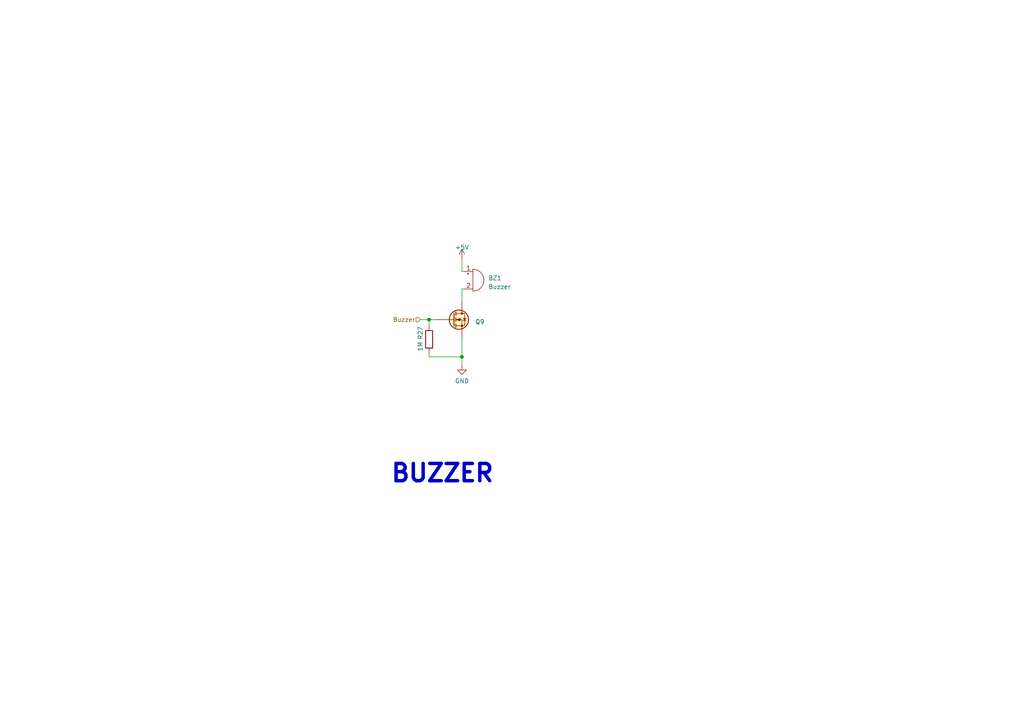
<source format=kicad_sch>
(kicad_sch (version 20230121) (generator eeschema)
  (paper "A4")
  (lib_symbols
    (symbol "Device:Buzzer" (pin_names (offset 0.0254) hide)
      (property "Reference" "BZ" (at 3.81 1.27 0))
      (property "Value" "Buzzer" (at 3.81 -1.27 0))
      (symbol "Buzzer_0_1"
        (arc (start 0 -3.175) (mid 3.1612 0) (end 0 3.175))
        (polyline (pts (xy -1.651 1.905) (xy -1.143 1.905)))
        (polyline (pts (xy -1.397 2.159) (xy -1.397 1.651)))
        (polyline (pts (xy 0 3.175) (xy 0 -3.175)))
      )
      (symbol "Buzzer_1_1"
        (pin passive line (at -2.54 2.54 0) (length 2.54) (name "-") (number "1"))
        (pin passive line (at -2.54 -2.54 0) (length 2.54) (name "+") (number "2"))
      )
    )
    (symbol "Device:R" (pin_numbers hide) (pin_names (offset 0))
      (property "Reference" "R" (at 2.032 0 90))
      (property "Value" "R" (at 0 0 90))
      (symbol "R_0_1"
        (rectangle (start -1.016 -2.54) (end 1.016 2.54) (stroke (width 0.254)))
      )
      (symbol "R_1_1"
        (pin passive line (at 0 3.81 270) (length 1.27) (name "~") (number "1"))
        (pin passive line (at 0 -3.81 90) (length 1.27) (name "~") (number "2"))
      )
    )
    (symbol "GND_4" (power) (pin_names (offset 0))
      (property "Value" "GND_4" (at 0 -3.81 0))
      (symbol "GND_4_0_1"
        (polyline (pts (xy 0 0) (xy 0 -1.27) (xy 1.27 -1.27) (xy 0 -2.54) (xy -1.27 -1.27) (xy 0 -1.27)))
      )
      (symbol "GND_4_1_1"
        (pin power_in line (at 0 0 270) (length 0) hide (name "GND") (number "1"))
      )
    )
    (symbol "IVS_SYMBOLS:N_Mosfet" (pin_numbers hide) (pin_names hide)
      (property "Reference" "Q" (at 2.794 1.2192 0))
      (symbol "N_Mosfet_0_1"
        (circle (center -0.889 0) (radius 2.794) (stroke (width 0.254)) (fill (type background)))
        (circle (center 0 -1.778) (radius 0.254) (fill (type outline)))
        (polyline (pts (xy -2.286 0) (xy -5.08 0)))
        (polyline (pts (xy -2.286 1.905) (xy -2.286 -1.905)) (stroke (width 0.254)))
        (polyline (pts (xy -1.778 -1.27) (xy -1.778 -2.286)) (stroke (width 0.254)))
        (polyline (pts (xy -1.778 0.508) (xy -1.778 -0.508)) (stroke (width 0.254)))
        (polyline (pts (xy -1.778 2.286) (xy -1.778 1.27)) (stroke (width 0.254)))
        (polyline (pts (xy 0 2.54) (xy 0 1.778)))
        (polyline (pts (xy 0 -2.54) (xy 0 0) (xy -1.778 0)))
        (polyline (pts (xy -1.778 -1.778) (xy 0.762 -1.778) (xy 0.762 1.778) (xy -1.778 1.778)))
        (polyline (pts (xy -1.524 0) (xy -0.508 0.381) (xy -0.508 -0.381) (xy -1.524 0)) (fill (type outline)))
        (polyline (pts (xy 0.254 0.508) (xy 0.381 0.381) (xy 1.143 0.381) (xy 1.27 0.254)))
        (polyline (pts (xy 0.762 0.381) (xy 0.381 -0.254) (xy 1.143 -0.254) (xy 0.762 0.381)))
        (circle (center 0 1.778) (radius 0.254) (fill (type outline)))
      )
      (symbol "N_Mosfet_1_1"
        (pin input line (at -7.62 0 0) (length 2.54) (name "G") (number "1"))
        (pin passive line (at 0 -5.08 90) (length 2.54) (name "S") (number "2"))
        (pin passive line (at 0 5.08 270) (length 2.54) (name "D") (number "3"))
      )
    )
    (symbol "power:+5V" (power) (pin_names (offset 0))
      (property "Value" "+5V" (at 0 3.556 0))
      (symbol "+5V_0_1"
        (polyline (pts (xy -0.762 1.27) (xy 0 2.54)))
        (polyline (pts (xy 0 0) (xy 0 2.54)))
        (polyline (pts (xy 0 2.54) (xy 0.762 1.27)))
      )
      (symbol "+5V_1_1"
        (pin power_in line (at 0 0 90) (length 0) hide (name "+5V") (number "1"))
      )
    )
  )
  (junction (at 124.46 92.71))
  (junction (at 133.985 103.505))
  (wire (pts (xy 121.92 92.71) (xy 124.46 92.71)))
  (wire (pts (xy 133.985 103.505) (xy 133.985 106.045)))
  (wire (pts (xy 134.62 83.82) (xy 133.985 83.82)))
  (wire (pts (xy 134.62 78.74) (xy 133.985 78.74)))
  (wire (pts (xy 133.985 97.79) (xy 133.985 103.505)))
  (wire (pts (xy 133.985 74.93) (xy 133.985 78.74)))
  (wire (pts (xy 133.985 83.82) (xy 133.985 87.63)))
  (wire (pts (xy 124.46 92.71) (xy 126.365 92.71)))
  (wire (pts (xy 124.46 102.235) (xy 124.46 103.505)))
  (wire (pts (xy 124.46 103.505) (xy 133.985 103.505)))
  (wire (pts (xy 124.46 94.615) (xy 124.46 92.71)))
  (text "BUZZER" (at 113.03 140.335 0) (effects (font (size 5 5) bold) (justify left bottom)))
  (hierarchical_label "Buzzer" (shape input) (at 121.92 92.71 180))
  (symbol (lib_id "Device:Buzzer") (at 137.16 81.28 0) (unit 1)
    (property "Reference" "BZ1" (at 141.605 80.645 0) (effects (justify left)))
    (property "Value" "Buzzer" (at 141.605 83.185 0) (effects (justify left)))
    (property "Footprint" "IVS_FOOTPRINTS:Buzzer_12x9.5RM7.6" (effects hide))
  )
  (symbol (lib_name "GND_4") (lib_id "power:GND") (at 133.985 106.045 0) (unit 1)
    (property "Reference" "#PWR013" (effects hide))
    (property "Value" "GND" (at 133.985 110.49 0))
    (instances (project "DO_AN_DKTD" (path "" (reference "#PWR013") (unit 1)) (path "" (reference "#PWR027") (unit 1)) (path "" (reference "#PWR030") (unit 1))))
  )
  (symbol (lib_id "IVS_SYMBOLS:N_Mosfet") (at 133.985 92.71 0) (unit 1)
    (property "Reference" "Q9" (at 137.795 93.345 0) (effects (justify left)))
    (property "Value" "N_Mosfet" (effects hide))
    (property "Footprint" "IVS_FOOTPRINTS:SOT23-3" (effects hide))
    (property "Datasheet" "https://www.onsemi.com/pub/Collateral/BSS138-D.PDF" (effects hide))
  )
  (symbol (lib_id "power:+5V") (at 133.985 74.93 0) (unit 1)
    (property "Reference" "#PWR030" (effects hide))
    (property "Value" "+5V" (at 133.985 71.755 0))
    (instances (project "DO_AN_DKTD" (path "" (reference "#PWR030") (unit 1)) (path "" (reference "#PWR027") (unit 1))))
  )
  (symbol (lib_id "Device:R") (at 124.46 98.425 0) (mirror y) (unit 1)
    (property "Reference" "R27" (at 121.92 94.615 90) (effects (justify right)))
    (property "Value" "1M" (at 121.92 99.06 90) (effects (justify right)))
    (property "Footprint" "IVS_FOOTPRINTS:R_0603" (effects hide))
    (instances (project "DO_AN_DKTD" (path "" (reference "R27") (unit 1)) (path "" (reference "R60") (unit 1)) (path "" (reference "R49") (unit 1))))
  )
)
</source>
